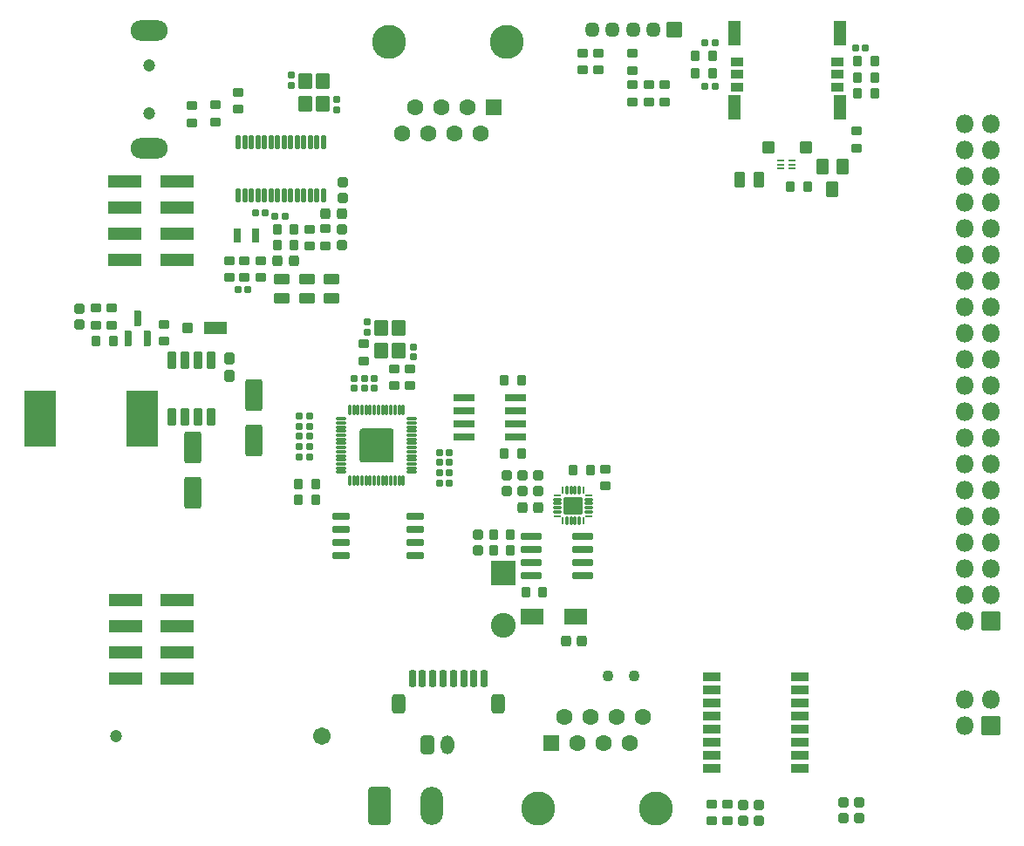
<source format=gbr>
G04 #@! TF.GenerationSoftware,KiCad,Pcbnew,(7.0.0-0)*
G04 #@! TF.CreationDate,2023-02-22T15:23:43+03:00*
G04 #@! TF.ProjectId,RP2040_minimal,52503230-3430-45f6-9d69-6e696d616c2e,REV1*
G04 #@! TF.SameCoordinates,Original*
G04 #@! TF.FileFunction,Soldermask,Top*
G04 #@! TF.FilePolarity,Negative*
%FSLAX46Y46*%
G04 Gerber Fmt 4.6, Leading zero omitted, Abs format (unit mm)*
G04 Created by KiCad (PCBNEW (7.0.0-0)) date 2023-02-22 15:23:43*
%MOMM*%
%LPD*%
G01*
G04 APERTURE LIST*
G04 Aperture macros list*
%AMRoundRect*
0 Rectangle with rounded corners*
0 $1 Rounding radius*
0 $2 $3 $4 $5 $6 $7 $8 $9 X,Y pos of 4 corners*
0 Add a 4 corners polygon primitive as box body*
4,1,4,$2,$3,$4,$5,$6,$7,$8,$9,$2,$3,0*
0 Add four circle primitives for the rounded corners*
1,1,$1+$1,$2,$3*
1,1,$1+$1,$4,$5*
1,1,$1+$1,$6,$7*
1,1,$1+$1,$8,$9*
0 Add four rect primitives between the rounded corners*
20,1,$1+$1,$2,$3,$4,$5,0*
20,1,$1+$1,$4,$5,$6,$7,0*
20,1,$1+$1,$6,$7,$8,$9,0*
20,1,$1+$1,$8,$9,$2,$3,0*%
G04 Aperture macros list end*
%ADD10RoundRect,0.051000X0.500000X1.150000X-0.500000X1.150000X-0.500000X-1.150000X0.500000X-1.150000X0*%
%ADD11RoundRect,0.051000X0.550000X0.500000X-0.550000X0.500000X-0.550000X-0.500000X0.550000X-0.500000X0*%
%ADD12RoundRect,0.051000X0.500000X0.400000X-0.500000X0.400000X-0.500000X-0.400000X0.500000X-0.400000X0*%
%ADD13C,3.302000*%
%ADD14RoundRect,0.051000X-0.750000X-0.750000X0.750000X-0.750000X0.750000X0.750000X-0.750000X0.750000X0*%
%ADD15C,1.602000*%
%ADD16RoundRect,0.251000X0.200000X0.275000X-0.200000X0.275000X-0.200000X-0.275000X0.200000X-0.275000X0*%
%ADD17RoundRect,0.251000X0.275000X-0.200000X0.275000X0.200000X-0.275000X0.200000X-0.275000X-0.200000X0*%
%ADD18RoundRect,0.191000X-0.140000X-0.170000X0.140000X-0.170000X0.140000X0.170000X-0.140000X0.170000X0*%
%ADD19RoundRect,0.276000X-0.250000X0.225000X-0.250000X-0.225000X0.250000X-0.225000X0.250000X0.225000X0*%
%ADD20RoundRect,0.251000X-0.200000X-0.275000X0.200000X-0.275000X0.200000X0.275000X-0.200000X0.275000X0*%
%ADD21RoundRect,0.251000X-0.275000X0.200000X-0.275000X-0.200000X0.275000X-0.200000X0.275000X0.200000X0*%
%ADD22RoundRect,0.191000X0.140000X0.170000X-0.140000X0.170000X-0.140000X-0.170000X0.140000X-0.170000X0*%
%ADD23RoundRect,0.288500X-0.237500X0.300000X-0.237500X-0.300000X0.237500X-0.300000X0.237500X0.300000X0*%
%ADD24RoundRect,0.201000X0.150000X-0.587500X0.150000X0.587500X-0.150000X0.587500X-0.150000X-0.587500X0*%
%ADD25RoundRect,0.276000X0.225000X0.250000X-0.225000X0.250000X-0.225000X-0.250000X0.225000X-0.250000X0*%
%ADD26RoundRect,0.301000X-0.550000X1.250000X-0.550000X-1.250000X0.550000X-1.250000X0.550000X1.250000X0*%
%ADD27RoundRect,0.051000X-0.200000X0.600000X-0.200000X-0.600000X0.200000X-0.600000X0.200000X0.600000X0*%
%ADD28RoundRect,0.276000X0.250000X-0.225000X0.250000X0.225000X-0.250000X0.225000X-0.250000X-0.225000X0*%
%ADD29RoundRect,0.051000X0.850000X0.850000X-0.850000X0.850000X-0.850000X-0.850000X0.850000X-0.850000X0*%
%ADD30O,1.802000X1.802000*%
%ADD31RoundRect,0.191000X-0.170000X0.140000X-0.170000X-0.140000X0.170000X-0.140000X0.170000X0.140000X0*%
%ADD32RoundRect,0.191000X0.170000X-0.140000X0.170000X0.140000X-0.170000X0.140000X-0.170000X-0.140000X0*%
%ADD33RoundRect,0.051000X-0.350000X-0.775000X0.350000X-0.775000X0.350000X0.775000X-0.350000X0.775000X0*%
%ADD34RoundRect,0.051000X0.750000X0.750000X-0.750000X0.750000X-0.750000X-0.750000X0.750000X-0.750000X0*%
%ADD35RoundRect,0.051000X0.835000X-0.380000X0.835000X0.380000X-0.835000X0.380000X-0.835000X-0.380000X0*%
%ADD36RoundRect,0.051000X0.500000X0.700000X-0.500000X0.700000X-0.500000X-0.700000X0.500000X-0.700000X0*%
%ADD37RoundRect,0.051000X-1.450000X-2.700000X1.450000X-2.700000X1.450000X2.700000X-1.450000X2.700000X0*%
%ADD38RoundRect,0.051000X0.700000X-0.450000X0.700000X0.450000X-0.700000X0.450000X-0.700000X-0.450000X0*%
%ADD39RoundRect,0.301000X0.550000X-1.250000X0.550000X1.250000X-0.550000X1.250000X-0.550000X-1.250000X0*%
%ADD40RoundRect,0.051000X-0.675000X0.675000X-0.675000X-0.675000X0.675000X-0.675000X0.675000X0.675000X0*%
%ADD41O,1.452000X1.452000*%
%ADD42RoundRect,0.300999X-0.790001X-1.550001X0.790001X-1.550001X0.790001X1.550001X-0.790001X1.550001X0*%
%ADD43O,2.182000X3.702000*%
%ADD44RoundRect,0.301000X-0.350000X-0.625000X0.350000X-0.625000X0.350000X0.625000X-0.350000X0.625000X0*%
%ADD45O,1.302000X1.852000*%
%ADD46RoundRect,0.051000X0.300000X-0.075000X0.300000X0.075000X-0.300000X0.075000X-0.300000X-0.075000X0*%
%ADD47RoundRect,0.201000X0.825000X0.150000X-0.825000X0.150000X-0.825000X-0.150000X0.825000X-0.150000X0*%
%ADD48RoundRect,0.051000X0.450000X0.700000X-0.450000X0.700000X-0.450000X-0.700000X0.450000X-0.700000X0*%
%ADD49RoundRect,0.092300X0.943700X0.253700X-0.943700X0.253700X-0.943700X-0.253700X0.943700X-0.253700X0*%
%ADD50RoundRect,0.051000X1.575000X0.500000X-1.575000X0.500000X-1.575000X-0.500000X1.575000X-0.500000X0*%
%ADD51RoundRect,0.201000X0.650000X0.150000X-0.650000X0.150000X-0.650000X-0.150000X0.650000X-0.150000X0*%
%ADD52RoundRect,0.051000X1.060000X0.750000X-1.060000X0.750000X-1.060000X-0.750000X1.060000X-0.750000X0*%
%ADD53RoundRect,0.201000X0.150000X0.625000X-0.150000X0.625000X-0.150000X-0.625000X0.150000X-0.625000X0*%
%ADD54RoundRect,0.301000X0.350000X0.650000X-0.350000X0.650000X-0.350000X-0.650000X0.350000X-0.650000X0*%
%ADD55RoundRect,0.101000X0.387500X0.050000X-0.387500X0.050000X-0.387500X-0.050000X0.387500X-0.050000X0*%
%ADD56RoundRect,0.101000X0.050000X0.387500X-0.050000X0.387500X-0.050000X-0.387500X0.050000X-0.387500X0*%
%ADD57RoundRect,0.195000X1.456000X1.456000X-1.456000X1.456000X-1.456000X-1.456000X1.456000X-1.456000X0*%
%ADD58RoundRect,0.051000X0.300000X0.625000X-0.300000X0.625000X-0.300000X-0.625000X0.300000X-0.625000X0*%
%ADD59RoundRect,0.276000X-0.225000X-0.250000X0.225000X-0.250000X0.225000X0.250000X-0.225000X0.250000X0*%
%ADD60RoundRect,0.051000X-1.085000X0.560000X-1.085000X-0.560000X1.085000X-0.560000X1.085000X0.560000X0*%
%ADD61RoundRect,0.051000X-0.425000X0.425000X-0.425000X-0.425000X0.425000X-0.425000X0.425000X0.425000X0*%
%ADD62RoundRect,0.051000X-0.600000X0.700000X-0.600000X-0.700000X0.600000X-0.700000X0.600000X0.700000X0*%
%ADD63RoundRect,0.051000X-0.050000X-0.250000X0.050000X-0.250000X0.050000X0.250000X-0.050000X0.250000X0*%
%ADD64RoundRect,0.051000X-0.100000X-0.375000X0.100000X-0.375000X0.100000X0.375000X-0.100000X0.375000X0*%
%ADD65RoundRect,0.051000X-0.075000X-0.250000X0.075000X-0.250000X0.075000X0.250000X-0.075000X0.250000X0*%
%ADD66RoundRect,0.051000X-0.250000X0.075000X-0.250000X-0.075000X0.250000X-0.075000X0.250000X0.075000X0*%
%ADD67RoundRect,0.051000X-0.375000X0.100000X-0.375000X-0.100000X0.375000X-0.100000X0.375000X0.100000X0*%
%ADD68RoundRect,0.051000X-0.250000X0.050000X-0.250000X-0.050000X0.250000X-0.050000X0.250000X0.050000X0*%
%ADD69RoundRect,0.051000X-0.875000X0.795000X-0.875000X-0.795000X0.875000X-0.795000X0.875000X0.795000X0*%
%ADD70RoundRect,0.051000X-0.700000X0.450000X-0.700000X-0.450000X0.700000X-0.450000X0.700000X0.450000X0*%
%ADD71C,1.102000*%
%ADD72C,1.202000*%
%ADD73O,3.602000X2.002000*%
%ADD74RoundRect,0.051000X-1.155000X1.155000X-1.155000X-1.155000X1.155000X-1.155000X1.155000X1.155000X0*%
%ADD75C,2.412000*%
%ADD76C,1.702000*%
G04 APERTURE END LIST*
D10*
X202612500Y-41615000D03*
X202612500Y-48815000D03*
X192412500Y-48815000D03*
X192412500Y-41615000D03*
D11*
X199332500Y-52740000D03*
X195692500Y-52740000D03*
D12*
X192612500Y-44465000D03*
X192612500Y-45665000D03*
X202412500Y-44465000D03*
X192612500Y-46865000D03*
X202412500Y-45665000D03*
X202412500Y-46865000D03*
D13*
X173300000Y-116950000D03*
X184730000Y-116950000D03*
D14*
X174570000Y-110600000D03*
D15*
X175840000Y-108060000D03*
X177110000Y-110600000D03*
X178380000Y-108060000D03*
X179650000Y-110600000D03*
X180920000Y-108060000D03*
X182190000Y-110600000D03*
X183460000Y-108060000D03*
D16*
X199487500Y-56575000D03*
X197837500Y-56575000D03*
D17*
X137020000Y-71560000D03*
X137020000Y-69910000D03*
D18*
X204132500Y-43115000D03*
X205092500Y-43115000D03*
D19*
X194730000Y-116555000D03*
X194730000Y-118105000D03*
D20*
X168979750Y-90310000D03*
X170629750Y-90310000D03*
X150067250Y-86975000D03*
X151717250Y-86975000D03*
D21*
X160902250Y-74220000D03*
X160902250Y-75870000D03*
D22*
X151112250Y-82765000D03*
X150152250Y-82765000D03*
D17*
X143320000Y-65385000D03*
X143320000Y-63735000D03*
D23*
X143350000Y-73207500D03*
X143350000Y-74932500D03*
D22*
X145150000Y-66570000D03*
X144190000Y-66570000D03*
D24*
X133540000Y-71250000D03*
X135440000Y-71250000D03*
X134490000Y-69375000D03*
D22*
X190482500Y-42605000D03*
X189522500Y-42605000D03*
D25*
X173364750Y-87730000D03*
X171814750Y-87730000D03*
D17*
X159382250Y-75880000D03*
X159382250Y-74230000D03*
D26*
X145720000Y-76820000D03*
X145720000Y-81220000D03*
D27*
X152487500Y-52220000D03*
X151852500Y-52220000D03*
X151217500Y-52220000D03*
X150582500Y-52220000D03*
X149947500Y-52220000D03*
X149312500Y-52220000D03*
X148677500Y-52220000D03*
X148042500Y-52220000D03*
X147407500Y-52220000D03*
X146772500Y-52220000D03*
X146137500Y-52220000D03*
X145502500Y-52220000D03*
X144867500Y-52220000D03*
X144232500Y-52220000D03*
X144232500Y-57420000D03*
X144867500Y-57420000D03*
X145502500Y-57420000D03*
X146137500Y-57420000D03*
X146772500Y-57420000D03*
X147407500Y-57420000D03*
X148042500Y-57420000D03*
X148677500Y-57420000D03*
X149312500Y-57420000D03*
X149947500Y-57420000D03*
X150582500Y-57420000D03*
X151217500Y-57420000D03*
X151852500Y-57420000D03*
X152487500Y-57420000D03*
D28*
X193200000Y-118105000D03*
X193200000Y-116555000D03*
D25*
X177599750Y-100700000D03*
X176049750Y-100700000D03*
D21*
X139760000Y-48700000D03*
X139760000Y-50350000D03*
D16*
X206007500Y-47495000D03*
X204357500Y-47495000D03*
D20*
X147990000Y-60710000D03*
X149640000Y-60710000D03*
D22*
X151112250Y-81785000D03*
X150152250Y-81785000D03*
D18*
X163762250Y-85305000D03*
X164722250Y-85305000D03*
D25*
X149585000Y-63760000D03*
X148035000Y-63760000D03*
D29*
X217240000Y-98750000D03*
D30*
X214699999Y-98749999D03*
X217239999Y-96209999D03*
X214699999Y-96209999D03*
X217239999Y-93669999D03*
X214699999Y-93669999D03*
X217239999Y-91129999D03*
X214699999Y-91129999D03*
X217239999Y-88589999D03*
X214699999Y-88589999D03*
X217239999Y-86049999D03*
X214699999Y-86049999D03*
X217239999Y-83509999D03*
X214699999Y-83509999D03*
X217239999Y-80969999D03*
X214699999Y-80969999D03*
X217239999Y-78429999D03*
X214699999Y-78429999D03*
X217239999Y-75889999D03*
X214699999Y-75889999D03*
X217239999Y-73349999D03*
X214699999Y-73349999D03*
X217239999Y-70809999D03*
X214699999Y-70809999D03*
X217239999Y-68269999D03*
X214699999Y-68269999D03*
X217239999Y-65729999D03*
X214699999Y-65729999D03*
X217239999Y-63189999D03*
X214699999Y-63189999D03*
X217239999Y-60649999D03*
X214699999Y-60649999D03*
X217239999Y-58109999D03*
X214699999Y-58109999D03*
X217239999Y-55569999D03*
X214699999Y-55569999D03*
X217239999Y-53029999D03*
X214699999Y-53029999D03*
X217239999Y-50489999D03*
X214699999Y-50489999D03*
D19*
X128810000Y-68410000D03*
X128810000Y-69960000D03*
D16*
X206007500Y-45935000D03*
X204357500Y-45935000D03*
D31*
X149340000Y-45740000D03*
X149340000Y-46700000D03*
D19*
X204510000Y-116295000D03*
X204510000Y-117845000D03*
D17*
X182480000Y-45260000D03*
X182480000Y-43610000D03*
D22*
X151112250Y-80805000D03*
X150152250Y-80805000D03*
D32*
X161182250Y-73075000D03*
X161182250Y-72115000D03*
D18*
X163762250Y-84325000D03*
X164722250Y-84325000D03*
D33*
X141615000Y-73435000D03*
X140345000Y-73435000D03*
X139075000Y-73435000D03*
X137805000Y-73435000D03*
X137805000Y-78885000D03*
X139075000Y-78885000D03*
X140345000Y-78885000D03*
X141615000Y-78885000D03*
D18*
X147780000Y-59460000D03*
X148740000Y-59460000D03*
D32*
X157422250Y-76105000D03*
X157422250Y-75145000D03*
D20*
X130430000Y-71520000D03*
X132080000Y-71520000D03*
D21*
X179180000Y-43560000D03*
X179180000Y-45210000D03*
D22*
X151112250Y-79815000D03*
X150152250Y-79815000D03*
D21*
X179854750Y-83975000D03*
X179854750Y-85625000D03*
D16*
X173759750Y-95950000D03*
X172109750Y-95950000D03*
D19*
X173344750Y-84550000D03*
X173344750Y-86100000D03*
D17*
X191670000Y-118145000D03*
X191670000Y-116495000D03*
D13*
X170260000Y-42470000D03*
X158830000Y-42470000D03*
D34*
X168990000Y-48820000D03*
D15*
X167720000Y-51360000D03*
X166450000Y-48820000D03*
X165180000Y-51360000D03*
X163910000Y-48820000D03*
X162640000Y-51360000D03*
X161370000Y-48820000D03*
X160100000Y-51360000D03*
D16*
X190257500Y-43865000D03*
X188607500Y-43865000D03*
D35*
X198740000Y-113020000D03*
X198740000Y-111750000D03*
X198740000Y-110480000D03*
X198740000Y-109210000D03*
X198740000Y-107940000D03*
X198740000Y-106670000D03*
X198740000Y-105400000D03*
X198740000Y-104130000D03*
X190210000Y-104130000D03*
X190210000Y-105400000D03*
X190210000Y-106670000D03*
X190210000Y-107940000D03*
X190210000Y-109210000D03*
X190210000Y-110480000D03*
X190210000Y-111750000D03*
X190210000Y-113020000D03*
D17*
X182480000Y-48335000D03*
X182480000Y-46685000D03*
D36*
X202852500Y-54585000D03*
X201902500Y-56785000D03*
X200952500Y-54585000D03*
D17*
X184080000Y-48330000D03*
X184080000Y-46680000D03*
X146370000Y-65380000D03*
X146370000Y-63730000D03*
D20*
X188607500Y-45565000D03*
X190257500Y-45565000D03*
D37*
X124960000Y-79070000D03*
X134860000Y-79070000D03*
D38*
X153260000Y-67410000D03*
X153260000Y-65510000D03*
D21*
X142000000Y-48625000D03*
X142000000Y-50275000D03*
D39*
X139840000Y-86230000D03*
X139840000Y-81830000D03*
D40*
X186540000Y-41320000D03*
D41*
X184539999Y-41319999D03*
X182539999Y-41319999D03*
X180539999Y-41319999D03*
X178539999Y-41319999D03*
D19*
X170304750Y-84545000D03*
X170304750Y-86095000D03*
D28*
X154380000Y-57640000D03*
X154380000Y-56090000D03*
D19*
X202980000Y-116290000D03*
X202980000Y-117840000D03*
D17*
X151150000Y-62325000D03*
X151150000Y-60675000D03*
D42*
X157910000Y-116660000D03*
D43*
X162989999Y-116659999D03*
D29*
X217240000Y-108910000D03*
D30*
X214699999Y-108909999D03*
X217239999Y-106369999D03*
X214699999Y-106369999D03*
D18*
X163762250Y-83345000D03*
X164722250Y-83345000D03*
D17*
X156430000Y-73470000D03*
X156430000Y-71820000D03*
D16*
X171717250Y-75365000D03*
X170067250Y-75365000D03*
D32*
X153780000Y-49080000D03*
X153780000Y-48120000D03*
D16*
X206007500Y-44385000D03*
X204357500Y-44385000D03*
D17*
X190140000Y-118140000D03*
X190140000Y-116490000D03*
D44*
X162550000Y-110770000D03*
D45*
X164549999Y-110769999D03*
D46*
X196842500Y-54045000D03*
X196842500Y-54395000D03*
X196842500Y-54745000D03*
X197942500Y-54745000D03*
X197942500Y-54395000D03*
X197942500Y-54045000D03*
D19*
X171824750Y-84550000D03*
X171824750Y-86100000D03*
D17*
X144840000Y-65390000D03*
X144840000Y-63740000D03*
D38*
X148460000Y-67410000D03*
X148460000Y-65510000D03*
D20*
X168979750Y-91840000D03*
X170629750Y-91840000D03*
D17*
X177640000Y-45210000D03*
X177640000Y-43560000D03*
D47*
X177614750Y-94315000D03*
X177614750Y-93045000D03*
X177614750Y-91775000D03*
X177614750Y-90505000D03*
X172664750Y-90505000D03*
X172664750Y-91775000D03*
X172664750Y-93045000D03*
X172664750Y-94315000D03*
D22*
X151112250Y-78835000D03*
X150152250Y-78835000D03*
D20*
X150067250Y-85445000D03*
X151717250Y-85445000D03*
D21*
X131900000Y-68330000D03*
X131900000Y-69980000D03*
D48*
X194792500Y-55895000D03*
X192892500Y-55895000D03*
D49*
X171122250Y-80815000D03*
X171122250Y-79545000D03*
X171122250Y-78275000D03*
X171122250Y-77005000D03*
X166172250Y-77005000D03*
X166172250Y-78275000D03*
X166172250Y-79545000D03*
X166172250Y-80815000D03*
D18*
X145900000Y-59130000D03*
X146860000Y-59130000D03*
D16*
X178369750Y-84030000D03*
X176719750Y-84030000D03*
D20*
X147985000Y-62240000D03*
X149635000Y-62240000D03*
D21*
X152710000Y-60635000D03*
X152710000Y-62285000D03*
D32*
X156442250Y-76105000D03*
X156442250Y-75145000D03*
D50*
X138260994Y-63630000D03*
X133210994Y-63630000D03*
X138260994Y-61090000D03*
X133210994Y-61090000D03*
X138260994Y-58550000D03*
X133210994Y-58550000D03*
X138260994Y-56010000D03*
X133210994Y-56010000D03*
D17*
X144220000Y-49020000D03*
X144220000Y-47370000D03*
D32*
X155462250Y-76105000D03*
X155462250Y-75145000D03*
D50*
X138311794Y-104270000D03*
X133261794Y-104270000D03*
X138311794Y-101730000D03*
X133261794Y-101730000D03*
X138311794Y-99190000D03*
X133261794Y-99190000D03*
X138311794Y-96650000D03*
X133261794Y-96650000D03*
D51*
X161387250Y-92360000D03*
X161387250Y-91090000D03*
X161387250Y-89820000D03*
X161387250Y-88550000D03*
X154187250Y-88550000D03*
X154187250Y-89820000D03*
X154187250Y-91090000D03*
X154187250Y-92360000D03*
D52*
X172754750Y-98320000D03*
X176984750Y-98320000D03*
D53*
X168100000Y-104265000D03*
X167100000Y-104265000D03*
X166100000Y-104265000D03*
X165100000Y-104265000D03*
X164100000Y-104265000D03*
X163100000Y-104265000D03*
X162100000Y-104265000D03*
X161100000Y-104265000D03*
D54*
X169400000Y-106790000D03*
X159800000Y-106790000D03*
D17*
X204242500Y-52810000D03*
X204242500Y-51160000D03*
D55*
X161064750Y-84280000D03*
X161064750Y-83880000D03*
X161064750Y-83480000D03*
X161064750Y-83080000D03*
X161064750Y-82680000D03*
X161064750Y-82280000D03*
X161064750Y-81880000D03*
X161064750Y-81480000D03*
X161064750Y-81080000D03*
X161064750Y-80680000D03*
X161064750Y-80280000D03*
X161064750Y-79880000D03*
X161064750Y-79480000D03*
X161064750Y-79080000D03*
D56*
X160227250Y-78242500D03*
X159827250Y-78242500D03*
X159427250Y-78242500D03*
X159027250Y-78242500D03*
X158627250Y-78242500D03*
X158227250Y-78242500D03*
X157827250Y-78242500D03*
X157427250Y-78242500D03*
X157027250Y-78242500D03*
X156627250Y-78242500D03*
X156227250Y-78242500D03*
X155827250Y-78242500D03*
X155427250Y-78242500D03*
X155027250Y-78242500D03*
D55*
X154189750Y-79080000D03*
X154189750Y-79480000D03*
X154189750Y-79880000D03*
X154189750Y-80280000D03*
X154189750Y-80680000D03*
X154189750Y-81080000D03*
X154189750Y-81480000D03*
X154189750Y-81880000D03*
X154189750Y-82280000D03*
X154189750Y-82680000D03*
X154189750Y-83080000D03*
X154189750Y-83480000D03*
X154189750Y-83880000D03*
X154189750Y-84280000D03*
D56*
X155027250Y-85117500D03*
X155427250Y-85117500D03*
X155827250Y-85117500D03*
X156227250Y-85117500D03*
X156627250Y-85117500D03*
X157027250Y-85117500D03*
X157427250Y-85117500D03*
X157827250Y-85117500D03*
X158227250Y-85117500D03*
X158627250Y-85117500D03*
X159027250Y-85117500D03*
X159427250Y-85117500D03*
X159827250Y-85117500D03*
X160227250Y-85117500D03*
D57*
X157627250Y-81680000D03*
D58*
X145940000Y-61320000D03*
X144140000Y-61320000D03*
D59*
X152710000Y-59180000D03*
X154260000Y-59180000D03*
D32*
X156712250Y-70665000D03*
X156712250Y-69705000D03*
D28*
X167504750Y-91860000D03*
X167504750Y-90310000D03*
D22*
X190482500Y-46825000D03*
X189522500Y-46825000D03*
D60*
X141970000Y-70260000D03*
D61*
X139290000Y-70260000D03*
D21*
X185610000Y-46675000D03*
X185610000Y-48325000D03*
D17*
X130380000Y-69985000D03*
X130380000Y-68335000D03*
D62*
X150710000Y-46310000D03*
X150710000Y-48510000D03*
X152410000Y-48510000D03*
X152410000Y-46310000D03*
D18*
X163762250Y-82365000D03*
X164722250Y-82365000D03*
D63*
X177714750Y-86020000D03*
D64*
X177314750Y-86020000D03*
X176914750Y-86020000D03*
X176514750Y-86020000D03*
X176114750Y-86020000D03*
D65*
X175714750Y-86020000D03*
D66*
X175214750Y-86520000D03*
D67*
X175214750Y-86920000D03*
X175214750Y-87320000D03*
X175214750Y-87720000D03*
X175214750Y-88120000D03*
D66*
X175214750Y-88520000D03*
D65*
X175714750Y-89020000D03*
D64*
X176114750Y-89020000D03*
X176514750Y-89020000D03*
X176914750Y-89020000D03*
X177314750Y-89020000D03*
D65*
X177714750Y-89020000D03*
D66*
X178214750Y-88520000D03*
D67*
X178214750Y-88120000D03*
X178214750Y-87720000D03*
X178214750Y-87320000D03*
X178214750Y-86920000D03*
D68*
X178214750Y-86520000D03*
D69*
X176714750Y-87520000D03*
D16*
X171717250Y-82455000D03*
X170067250Y-82455000D03*
D62*
X158102250Y-70295000D03*
X158102250Y-72495000D03*
X159802250Y-72495000D03*
X159802250Y-70295000D03*
D70*
X150860000Y-65510000D03*
X150860000Y-67410000D03*
D71*
X182624750Y-104040000D03*
X180084750Y-104040000D03*
D19*
X154240000Y-60680000D03*
X154240000Y-62230000D03*
D72*
X135580000Y-44820000D03*
X135580000Y-49420000D03*
D73*
X135579999Y-41419999D03*
X135579999Y-52819999D03*
D74*
X169964750Y-94090000D03*
D75*
X169964750Y-99170000D03*
D72*
X132366072Y-109930000D03*
D76*
X152366072Y-109930000D03*
M02*

</source>
